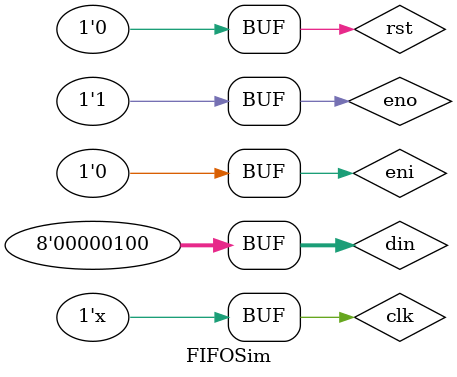
<source format=v>
module FIFOSim();
  reg clk = 0, rst = 0, eni, eno;
  reg [7:0] din;
  wire [7:0] dout;
  wire [4:0] n;

  always #5 clk <= ~clk;

  FIFO fifo(.clk(clk), .rst(rst), .eni(eni), .eno(eno), .din(din), .dout(dout), .n(n));

  initial begin
    eni = 0;
    eno = 0;
    #20;
    eni = 1;
    eno = 0;
    din = 0;
    #20;
    din = 1;
    #20;
    din = 2;
    #20;
    din = 3;
    #20;
    din = 4;
    #20;
    eni = 0;
    eno = 1;
    #20;
    #20;
    #20;
    #20;
    #20;
  end
endmodule

</source>
